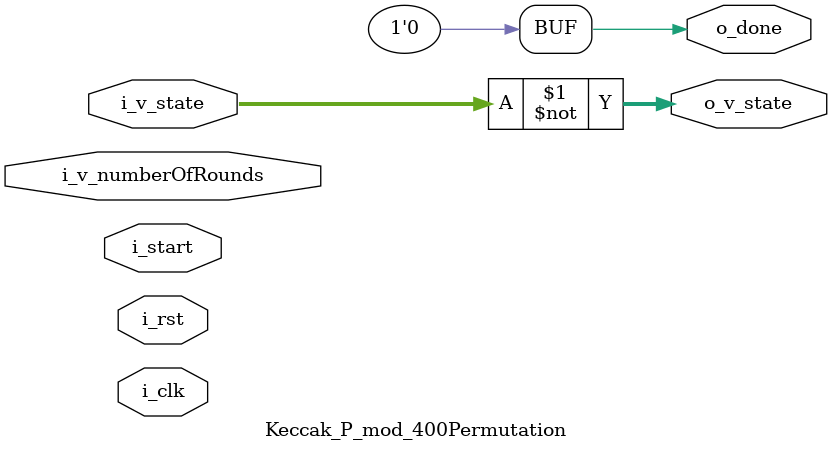
<source format=v>
`timescale 1ns / 1ps

module Keccak_P_mod_400Permutation(
    input i_clk,
    input i_rst,
    input i_start,
    input [4:0] i_v_numberOfRounds,
    input [399:0] i_v_state,
    output [399:0] o_v_state,
    output o_done
    );

assign  o_v_state = ~i_v_state;
assign  o_done = 1'b0;

    
endmodule
</source>
